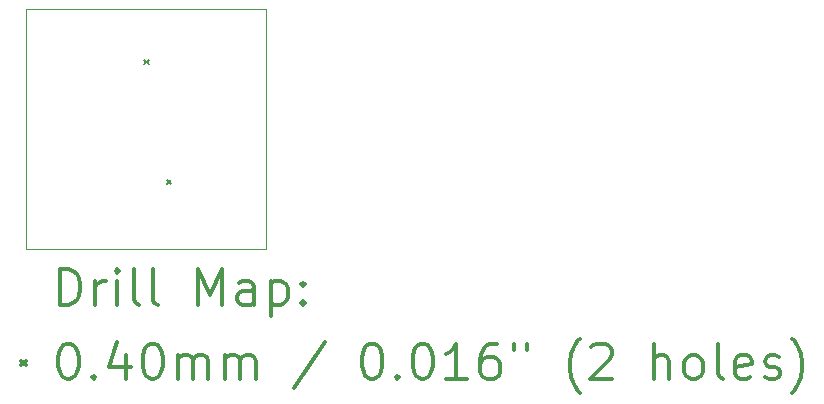
<source format=gbr>
%FSLAX45Y45*%
G04 Gerber Fmt 4.5, Leading zero omitted, Abs format (unit mm)*
G04 Created by KiCad (PCBNEW 5.1.6+dfsg1-1~bpo10+1) date 2020-11-12 19:35:08*
%MOMM*%
%LPD*%
G01*
G04 APERTURE LIST*
%TA.AperFunction,Profile*%
%ADD10C,0.050000*%
%TD*%
%ADD11C,0.200000*%
%ADD12C,0.300000*%
G04 APERTURE END LIST*
D10*
X13970000Y-10922000D02*
X13970000Y-8890000D01*
X11938000Y-10922000D02*
X13970000Y-10922000D01*
X11938000Y-8890000D02*
X11938000Y-10922000D01*
X13970000Y-8890000D02*
X11938000Y-8890000D01*
D11*
X12934000Y-9314500D02*
X12974000Y-9354500D01*
X12974000Y-9314500D02*
X12934000Y-9354500D01*
X13124500Y-10330500D02*
X13164500Y-10370500D01*
X13164500Y-10330500D02*
X13124500Y-10370500D01*
D12*
X12221928Y-11390214D02*
X12221928Y-11090214D01*
X12293357Y-11090214D01*
X12336214Y-11104500D01*
X12364786Y-11133072D01*
X12379071Y-11161643D01*
X12393357Y-11218786D01*
X12393357Y-11261643D01*
X12379071Y-11318786D01*
X12364786Y-11347357D01*
X12336214Y-11375929D01*
X12293357Y-11390214D01*
X12221928Y-11390214D01*
X12521928Y-11390214D02*
X12521928Y-11190214D01*
X12521928Y-11247357D02*
X12536214Y-11218786D01*
X12550500Y-11204500D01*
X12579071Y-11190214D01*
X12607643Y-11190214D01*
X12707643Y-11390214D02*
X12707643Y-11190214D01*
X12707643Y-11090214D02*
X12693357Y-11104500D01*
X12707643Y-11118786D01*
X12721928Y-11104500D01*
X12707643Y-11090214D01*
X12707643Y-11118786D01*
X12893357Y-11390214D02*
X12864786Y-11375929D01*
X12850500Y-11347357D01*
X12850500Y-11090214D01*
X13050500Y-11390214D02*
X13021928Y-11375929D01*
X13007643Y-11347357D01*
X13007643Y-11090214D01*
X13393357Y-11390214D02*
X13393357Y-11090214D01*
X13493357Y-11304500D01*
X13593357Y-11090214D01*
X13593357Y-11390214D01*
X13864786Y-11390214D02*
X13864786Y-11233071D01*
X13850500Y-11204500D01*
X13821928Y-11190214D01*
X13764786Y-11190214D01*
X13736214Y-11204500D01*
X13864786Y-11375929D02*
X13836214Y-11390214D01*
X13764786Y-11390214D01*
X13736214Y-11375929D01*
X13721928Y-11347357D01*
X13721928Y-11318786D01*
X13736214Y-11290214D01*
X13764786Y-11275929D01*
X13836214Y-11275929D01*
X13864786Y-11261643D01*
X14007643Y-11190214D02*
X14007643Y-11490214D01*
X14007643Y-11204500D02*
X14036214Y-11190214D01*
X14093357Y-11190214D01*
X14121928Y-11204500D01*
X14136214Y-11218786D01*
X14150500Y-11247357D01*
X14150500Y-11333071D01*
X14136214Y-11361643D01*
X14121928Y-11375929D01*
X14093357Y-11390214D01*
X14036214Y-11390214D01*
X14007643Y-11375929D01*
X14279071Y-11361643D02*
X14293357Y-11375929D01*
X14279071Y-11390214D01*
X14264786Y-11375929D01*
X14279071Y-11361643D01*
X14279071Y-11390214D01*
X14279071Y-11204500D02*
X14293357Y-11218786D01*
X14279071Y-11233071D01*
X14264786Y-11218786D01*
X14279071Y-11204500D01*
X14279071Y-11233071D01*
X11895500Y-11864500D02*
X11935500Y-11904500D01*
X11935500Y-11864500D02*
X11895500Y-11904500D01*
X12279071Y-11720214D02*
X12307643Y-11720214D01*
X12336214Y-11734500D01*
X12350500Y-11748786D01*
X12364786Y-11777357D01*
X12379071Y-11834500D01*
X12379071Y-11905929D01*
X12364786Y-11963071D01*
X12350500Y-11991643D01*
X12336214Y-12005929D01*
X12307643Y-12020214D01*
X12279071Y-12020214D01*
X12250500Y-12005929D01*
X12236214Y-11991643D01*
X12221928Y-11963071D01*
X12207643Y-11905929D01*
X12207643Y-11834500D01*
X12221928Y-11777357D01*
X12236214Y-11748786D01*
X12250500Y-11734500D01*
X12279071Y-11720214D01*
X12507643Y-11991643D02*
X12521928Y-12005929D01*
X12507643Y-12020214D01*
X12493357Y-12005929D01*
X12507643Y-11991643D01*
X12507643Y-12020214D01*
X12779071Y-11820214D02*
X12779071Y-12020214D01*
X12707643Y-11705929D02*
X12636214Y-11920214D01*
X12821928Y-11920214D01*
X12993357Y-11720214D02*
X13021928Y-11720214D01*
X13050500Y-11734500D01*
X13064786Y-11748786D01*
X13079071Y-11777357D01*
X13093357Y-11834500D01*
X13093357Y-11905929D01*
X13079071Y-11963071D01*
X13064786Y-11991643D01*
X13050500Y-12005929D01*
X13021928Y-12020214D01*
X12993357Y-12020214D01*
X12964786Y-12005929D01*
X12950500Y-11991643D01*
X12936214Y-11963071D01*
X12921928Y-11905929D01*
X12921928Y-11834500D01*
X12936214Y-11777357D01*
X12950500Y-11748786D01*
X12964786Y-11734500D01*
X12993357Y-11720214D01*
X13221928Y-12020214D02*
X13221928Y-11820214D01*
X13221928Y-11848786D02*
X13236214Y-11834500D01*
X13264786Y-11820214D01*
X13307643Y-11820214D01*
X13336214Y-11834500D01*
X13350500Y-11863071D01*
X13350500Y-12020214D01*
X13350500Y-11863071D02*
X13364786Y-11834500D01*
X13393357Y-11820214D01*
X13436214Y-11820214D01*
X13464786Y-11834500D01*
X13479071Y-11863071D01*
X13479071Y-12020214D01*
X13621928Y-12020214D02*
X13621928Y-11820214D01*
X13621928Y-11848786D02*
X13636214Y-11834500D01*
X13664786Y-11820214D01*
X13707643Y-11820214D01*
X13736214Y-11834500D01*
X13750500Y-11863071D01*
X13750500Y-12020214D01*
X13750500Y-11863071D02*
X13764786Y-11834500D01*
X13793357Y-11820214D01*
X13836214Y-11820214D01*
X13864786Y-11834500D01*
X13879071Y-11863071D01*
X13879071Y-12020214D01*
X14464786Y-11705929D02*
X14207643Y-12091643D01*
X14850500Y-11720214D02*
X14879071Y-11720214D01*
X14907643Y-11734500D01*
X14921928Y-11748786D01*
X14936214Y-11777357D01*
X14950500Y-11834500D01*
X14950500Y-11905929D01*
X14936214Y-11963071D01*
X14921928Y-11991643D01*
X14907643Y-12005929D01*
X14879071Y-12020214D01*
X14850500Y-12020214D01*
X14821928Y-12005929D01*
X14807643Y-11991643D01*
X14793357Y-11963071D01*
X14779071Y-11905929D01*
X14779071Y-11834500D01*
X14793357Y-11777357D01*
X14807643Y-11748786D01*
X14821928Y-11734500D01*
X14850500Y-11720214D01*
X15079071Y-11991643D02*
X15093357Y-12005929D01*
X15079071Y-12020214D01*
X15064786Y-12005929D01*
X15079071Y-11991643D01*
X15079071Y-12020214D01*
X15279071Y-11720214D02*
X15307643Y-11720214D01*
X15336214Y-11734500D01*
X15350500Y-11748786D01*
X15364786Y-11777357D01*
X15379071Y-11834500D01*
X15379071Y-11905929D01*
X15364786Y-11963071D01*
X15350500Y-11991643D01*
X15336214Y-12005929D01*
X15307643Y-12020214D01*
X15279071Y-12020214D01*
X15250500Y-12005929D01*
X15236214Y-11991643D01*
X15221928Y-11963071D01*
X15207643Y-11905929D01*
X15207643Y-11834500D01*
X15221928Y-11777357D01*
X15236214Y-11748786D01*
X15250500Y-11734500D01*
X15279071Y-11720214D01*
X15664786Y-12020214D02*
X15493357Y-12020214D01*
X15579071Y-12020214D02*
X15579071Y-11720214D01*
X15550500Y-11763071D01*
X15521928Y-11791643D01*
X15493357Y-11805929D01*
X15921928Y-11720214D02*
X15864786Y-11720214D01*
X15836214Y-11734500D01*
X15821928Y-11748786D01*
X15793357Y-11791643D01*
X15779071Y-11848786D01*
X15779071Y-11963071D01*
X15793357Y-11991643D01*
X15807643Y-12005929D01*
X15836214Y-12020214D01*
X15893357Y-12020214D01*
X15921928Y-12005929D01*
X15936214Y-11991643D01*
X15950500Y-11963071D01*
X15950500Y-11891643D01*
X15936214Y-11863071D01*
X15921928Y-11848786D01*
X15893357Y-11834500D01*
X15836214Y-11834500D01*
X15807643Y-11848786D01*
X15793357Y-11863071D01*
X15779071Y-11891643D01*
X16064786Y-11720214D02*
X16064786Y-11777357D01*
X16179071Y-11720214D02*
X16179071Y-11777357D01*
X16621928Y-12134500D02*
X16607643Y-12120214D01*
X16579071Y-12077357D01*
X16564786Y-12048786D01*
X16550500Y-12005929D01*
X16536214Y-11934500D01*
X16536214Y-11877357D01*
X16550500Y-11805929D01*
X16564786Y-11763071D01*
X16579071Y-11734500D01*
X16607643Y-11691643D01*
X16621928Y-11677357D01*
X16721928Y-11748786D02*
X16736214Y-11734500D01*
X16764786Y-11720214D01*
X16836214Y-11720214D01*
X16864786Y-11734500D01*
X16879071Y-11748786D01*
X16893357Y-11777357D01*
X16893357Y-11805929D01*
X16879071Y-11848786D01*
X16707643Y-12020214D01*
X16893357Y-12020214D01*
X17250500Y-12020214D02*
X17250500Y-11720214D01*
X17379071Y-12020214D02*
X17379071Y-11863071D01*
X17364786Y-11834500D01*
X17336214Y-11820214D01*
X17293357Y-11820214D01*
X17264786Y-11834500D01*
X17250500Y-11848786D01*
X17564786Y-12020214D02*
X17536214Y-12005929D01*
X17521928Y-11991643D01*
X17507643Y-11963071D01*
X17507643Y-11877357D01*
X17521928Y-11848786D01*
X17536214Y-11834500D01*
X17564786Y-11820214D01*
X17607643Y-11820214D01*
X17636214Y-11834500D01*
X17650500Y-11848786D01*
X17664786Y-11877357D01*
X17664786Y-11963071D01*
X17650500Y-11991643D01*
X17636214Y-12005929D01*
X17607643Y-12020214D01*
X17564786Y-12020214D01*
X17836214Y-12020214D02*
X17807643Y-12005929D01*
X17793357Y-11977357D01*
X17793357Y-11720214D01*
X18064786Y-12005929D02*
X18036214Y-12020214D01*
X17979071Y-12020214D01*
X17950500Y-12005929D01*
X17936214Y-11977357D01*
X17936214Y-11863071D01*
X17950500Y-11834500D01*
X17979071Y-11820214D01*
X18036214Y-11820214D01*
X18064786Y-11834500D01*
X18079071Y-11863071D01*
X18079071Y-11891643D01*
X17936214Y-11920214D01*
X18193357Y-12005929D02*
X18221928Y-12020214D01*
X18279071Y-12020214D01*
X18307643Y-12005929D01*
X18321928Y-11977357D01*
X18321928Y-11963071D01*
X18307643Y-11934500D01*
X18279071Y-11920214D01*
X18236214Y-11920214D01*
X18207643Y-11905929D01*
X18193357Y-11877357D01*
X18193357Y-11863071D01*
X18207643Y-11834500D01*
X18236214Y-11820214D01*
X18279071Y-11820214D01*
X18307643Y-11834500D01*
X18421928Y-12134500D02*
X18436214Y-12120214D01*
X18464786Y-12077357D01*
X18479071Y-12048786D01*
X18493357Y-12005929D01*
X18507643Y-11934500D01*
X18507643Y-11877357D01*
X18493357Y-11805929D01*
X18479071Y-11763071D01*
X18464786Y-11734500D01*
X18436214Y-11691643D01*
X18421928Y-11677357D01*
M02*

</source>
